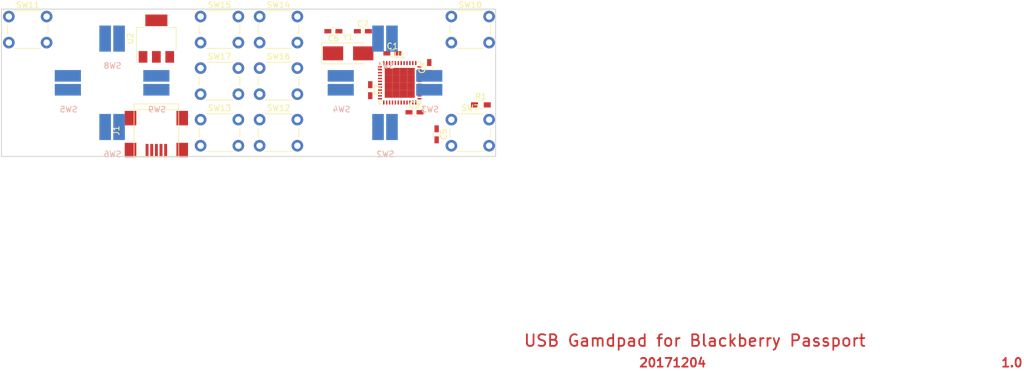
<source format=kicad_pcb>
(kicad_pcb (version 4) (host pcbnew 4.0.7+dfsg1-1~bpo9+1)

  (general
    (links 83)
    (no_connects 83)
    (area 96.064999 130.375 272.295714 194.39)
    (thickness 1.6)
    (drawings 7)
    (tracks 0)
    (zones 0)
    (modules 29)
    (nets 26)
  )

  (page A4)
  (layers
    (0 F.Cu signal)
    (31 B.Cu signal)
    (32 B.Adhes user)
    (33 F.Adhes user)
    (34 B.Paste user)
    (35 F.Paste user)
    (36 B.SilkS user)
    (37 F.SilkS user)
    (38 B.Mask user)
    (39 F.Mask user)
    (40 Dwgs.User user)
    (41 Cmts.User user)
    (42 Eco1.User user)
    (43 Eco2.User user)
    (44 Edge.Cuts user)
    (45 Margin user)
    (46 B.CrtYd user)
    (47 F.CrtYd user)
    (48 B.Fab user)
    (49 F.Fab user)
  )

  (setup
    (last_trace_width 0.25)
    (trace_clearance 0.2)
    (zone_clearance 0.508)
    (zone_45_only no)
    (trace_min 0.2)
    (segment_width 0.2)
    (edge_width 0.15)
    (via_size 0.6)
    (via_drill 0.4)
    (via_min_size 0.4)
    (via_min_drill 0.3)
    (uvia_size 0.3)
    (uvia_drill 0.1)
    (uvias_allowed no)
    (uvia_min_size 0.2)
    (uvia_min_drill 0.1)
    (pcb_text_width 0.3)
    (pcb_text_size 1.5 1.5)
    (mod_edge_width 0.15)
    (mod_text_size 1 1)
    (mod_text_width 0.15)
    (pad_size 1.524 1.524)
    (pad_drill 0.762)
    (pad_to_mask_clearance 0.2)
    (aux_axis_origin 0 0)
    (visible_elements FFFFFF7F)
    (pcbplotparams
      (layerselection 0x00030_80000001)
      (usegerberextensions false)
      (excludeedgelayer true)
      (linewidth 0.100000)
      (plotframeref false)
      (viasonmask false)
      (mode 1)
      (useauxorigin false)
      (hpglpennumber 1)
      (hpglpenspeed 20)
      (hpglpendiameter 15)
      (hpglpenoverlay 2)
      (psnegative false)
      (psa4output false)
      (plotreference true)
      (plotvalue true)
      (plotinvisibletext false)
      (padsonsilk false)
      (subtractmaskfromsilk false)
      (outputformat 1)
      (mirror false)
      (drillshape 1)
      (scaleselection 1)
      (outputdirectory ""))
  )

  (net 0 "")
  (net 1 +3V3)
  (net 2 GND)
  (net 3 "Net-(C5-Pad2)")
  (net 4 X2)
  (net 5 X1)
  (net 6 +5V)
  (net 7 USB_DM)
  (net 8 USB_DP)
  (net 9 UP)
  (net 10 DOWN)
  (net 11 LEFT)
  (net 12 RIGHT)
  (net 13 A)
  (net 14 B)
  (net 15 X)
  (net 16 Y)
  (net 17 L)
  (net 18 R)
  (net 19 SELECT)
  (net 20 START)
  (net 21 BK1)
  (net 22 BK2)
  (net 23 BK3)
  (net 24 BK4)
  (net 25 RST)

  (net_class Default "This is the default net class."
    (clearance 0.2)
    (trace_width 0.25)
    (via_dia 0.6)
    (via_drill 0.4)
    (uvia_dia 0.3)
    (uvia_drill 0.1)
    (add_net +3V3)
    (add_net +5V)
    (add_net A)
    (add_net B)
    (add_net BK1)
    (add_net BK2)
    (add_net BK3)
    (add_net BK4)
    (add_net DOWN)
    (add_net GND)
    (add_net L)
    (add_net LEFT)
    (add_net "Net-(C5-Pad2)")
    (add_net R)
    (add_net RIGHT)
    (add_net RST)
    (add_net SELECT)
    (add_net START)
    (add_net UP)
    (add_net USB_DM)
    (add_net USB_DP)
    (add_net X)
    (add_net X1)
    (add_net X2)
    (add_net Y)
  )

  (module Capacitors_SMD:C_0603_HandSoldering (layer F.Cu) (tedit 58AA848B) (tstamp 5A2760A8)
    (at 163.83 139.7)
    (descr "Capacitor SMD 0603, hand soldering")
    (tags "capacitor 0603")
    (path /5A24F7A6)
    (attr smd)
    (fp_text reference C1 (at 0 -1.25) (layer F.SilkS)
      (effects (font (size 1 1) (thickness 0.15)))
    )
    (fp_text value 104 (at 0 1.5) (layer F.Fab)
      (effects (font (size 1 1) (thickness 0.15)))
    )
    (fp_text user %R (at 0 -1.25) (layer F.Fab)
      (effects (font (size 1 1) (thickness 0.15)))
    )
    (fp_line (start -0.8 0.4) (end -0.8 -0.4) (layer F.Fab) (width 0.1))
    (fp_line (start 0.8 0.4) (end -0.8 0.4) (layer F.Fab) (width 0.1))
    (fp_line (start 0.8 -0.4) (end 0.8 0.4) (layer F.Fab) (width 0.1))
    (fp_line (start -0.8 -0.4) (end 0.8 -0.4) (layer F.Fab) (width 0.1))
    (fp_line (start -0.35 -0.6) (end 0.35 -0.6) (layer F.SilkS) (width 0.12))
    (fp_line (start 0.35 0.6) (end -0.35 0.6) (layer F.SilkS) (width 0.12))
    (fp_line (start -1.8 -0.65) (end 1.8 -0.65) (layer F.CrtYd) (width 0.05))
    (fp_line (start -1.8 -0.65) (end -1.8 0.65) (layer F.CrtYd) (width 0.05))
    (fp_line (start 1.8 0.65) (end 1.8 -0.65) (layer F.CrtYd) (width 0.05))
    (fp_line (start 1.8 0.65) (end -1.8 0.65) (layer F.CrtYd) (width 0.05))
    (pad 1 smd rect (at -0.95 0) (size 1.2 0.75) (layers F.Cu F.Paste F.Mask)
      (net 1 +3V3))
    (pad 2 smd rect (at 0.95 0) (size 1.2 0.75) (layers F.Cu F.Paste F.Mask)
      (net 2 GND))
    (model Capacitors_SMD.3dshapes/C_0603.wrl
      (at (xyz 0 0 0))
      (scale (xyz 1 1 1))
      (rotate (xyz 0 0 0))
    )
  )

  (module Capacitors_SMD:C_0603_HandSoldering (layer F.Cu) (tedit 58AA848B) (tstamp 5A2760B9)
    (at 160.02 146.05 270)
    (descr "Capacitor SMD 0603, hand soldering")
    (tags "capacitor 0603")
    (path /5A24F7D7)
    (attr smd)
    (fp_text reference C2 (at 0 -1.25 270) (layer F.SilkS)
      (effects (font (size 1 1) (thickness 0.15)))
    )
    (fp_text value 104 (at 0 1.5 270) (layer F.Fab)
      (effects (font (size 1 1) (thickness 0.15)))
    )
    (fp_text user %R (at 0 -1.25 270) (layer F.Fab)
      (effects (font (size 1 1) (thickness 0.15)))
    )
    (fp_line (start -0.8 0.4) (end -0.8 -0.4) (layer F.Fab) (width 0.1))
    (fp_line (start 0.8 0.4) (end -0.8 0.4) (layer F.Fab) (width 0.1))
    (fp_line (start 0.8 -0.4) (end 0.8 0.4) (layer F.Fab) (width 0.1))
    (fp_line (start -0.8 -0.4) (end 0.8 -0.4) (layer F.Fab) (width 0.1))
    (fp_line (start -0.35 -0.6) (end 0.35 -0.6) (layer F.SilkS) (width 0.12))
    (fp_line (start 0.35 0.6) (end -0.35 0.6) (layer F.SilkS) (width 0.12))
    (fp_line (start -1.8 -0.65) (end 1.8 -0.65) (layer F.CrtYd) (width 0.05))
    (fp_line (start -1.8 -0.65) (end -1.8 0.65) (layer F.CrtYd) (width 0.05))
    (fp_line (start 1.8 0.65) (end 1.8 -0.65) (layer F.CrtYd) (width 0.05))
    (fp_line (start 1.8 0.65) (end -1.8 0.65) (layer F.CrtYd) (width 0.05))
    (pad 1 smd rect (at -0.95 0 270) (size 1.2 0.75) (layers F.Cu F.Paste F.Mask)
      (net 1 +3V3))
    (pad 2 smd rect (at 0.95 0 270) (size 1.2 0.75) (layers F.Cu F.Paste F.Mask)
      (net 2 GND))
    (model Capacitors_SMD.3dshapes/C_0603.wrl
      (at (xyz 0 0 0))
      (scale (xyz 1 1 1))
      (rotate (xyz 0 0 0))
    )
  )

  (module Capacitors_SMD:C_0603_HandSoldering (layer F.Cu) (tedit 58AA848B) (tstamp 5A2760CA)
    (at 167.64 149.86)
    (descr "Capacitor SMD 0603, hand soldering")
    (tags "capacitor 0603")
    (path /5A24F7F2)
    (attr smd)
    (fp_text reference C3 (at 0 -1.25) (layer F.SilkS)
      (effects (font (size 1 1) (thickness 0.15)))
    )
    (fp_text value 104 (at 0 1.5) (layer F.Fab)
      (effects (font (size 1 1) (thickness 0.15)))
    )
    (fp_text user %R (at 0 -1.25) (layer F.Fab)
      (effects (font (size 1 1) (thickness 0.15)))
    )
    (fp_line (start -0.8 0.4) (end -0.8 -0.4) (layer F.Fab) (width 0.1))
    (fp_line (start 0.8 0.4) (end -0.8 0.4) (layer F.Fab) (width 0.1))
    (fp_line (start 0.8 -0.4) (end 0.8 0.4) (layer F.Fab) (width 0.1))
    (fp_line (start -0.8 -0.4) (end 0.8 -0.4) (layer F.Fab) (width 0.1))
    (fp_line (start -0.35 -0.6) (end 0.35 -0.6) (layer F.SilkS) (width 0.12))
    (fp_line (start 0.35 0.6) (end -0.35 0.6) (layer F.SilkS) (width 0.12))
    (fp_line (start -1.8 -0.65) (end 1.8 -0.65) (layer F.CrtYd) (width 0.05))
    (fp_line (start -1.8 -0.65) (end -1.8 0.65) (layer F.CrtYd) (width 0.05))
    (fp_line (start 1.8 0.65) (end 1.8 -0.65) (layer F.CrtYd) (width 0.05))
    (fp_line (start 1.8 0.65) (end -1.8 0.65) (layer F.CrtYd) (width 0.05))
    (pad 1 smd rect (at -0.95 0) (size 1.2 0.75) (layers F.Cu F.Paste F.Mask)
      (net 1 +3V3))
    (pad 2 smd rect (at 0.95 0) (size 1.2 0.75) (layers F.Cu F.Paste F.Mask)
      (net 2 GND))
    (model Capacitors_SMD.3dshapes/C_0603.wrl
      (at (xyz 0 0 0))
      (scale (xyz 1 1 1))
      (rotate (xyz 0 0 0))
    )
  )

  (module Capacitors_SMD:C_0603_HandSoldering (layer F.Cu) (tedit 58AA848B) (tstamp 5A2760DB)
    (at 170.18 142.24 90)
    (descr "Capacitor SMD 0603, hand soldering")
    (tags "capacitor 0603")
    (path /5A24F80F)
    (attr smd)
    (fp_text reference C4 (at 0 -1.25 90) (layer F.SilkS)
      (effects (font (size 1 1) (thickness 0.15)))
    )
    (fp_text value 104 (at 0 1.5 90) (layer F.Fab)
      (effects (font (size 1 1) (thickness 0.15)))
    )
    (fp_text user %R (at 0 -1.25 90) (layer F.Fab)
      (effects (font (size 1 1) (thickness 0.15)))
    )
    (fp_line (start -0.8 0.4) (end -0.8 -0.4) (layer F.Fab) (width 0.1))
    (fp_line (start 0.8 0.4) (end -0.8 0.4) (layer F.Fab) (width 0.1))
    (fp_line (start 0.8 -0.4) (end 0.8 0.4) (layer F.Fab) (width 0.1))
    (fp_line (start -0.8 -0.4) (end 0.8 -0.4) (layer F.Fab) (width 0.1))
    (fp_line (start -0.35 -0.6) (end 0.35 -0.6) (layer F.SilkS) (width 0.12))
    (fp_line (start 0.35 0.6) (end -0.35 0.6) (layer F.SilkS) (width 0.12))
    (fp_line (start -1.8 -0.65) (end 1.8 -0.65) (layer F.CrtYd) (width 0.05))
    (fp_line (start -1.8 -0.65) (end -1.8 0.65) (layer F.CrtYd) (width 0.05))
    (fp_line (start 1.8 0.65) (end 1.8 -0.65) (layer F.CrtYd) (width 0.05))
    (fp_line (start 1.8 0.65) (end -1.8 0.65) (layer F.CrtYd) (width 0.05))
    (pad 1 smd rect (at -0.95 0 90) (size 1.2 0.75) (layers F.Cu F.Paste F.Mask)
      (net 1 +3V3))
    (pad 2 smd rect (at 0.95 0 90) (size 1.2 0.75) (layers F.Cu F.Paste F.Mask)
      (net 2 GND))
    (model Capacitors_SMD.3dshapes/C_0603.wrl
      (at (xyz 0 0 0))
      (scale (xyz 1 1 1))
      (rotate (xyz 0 0 0))
    )
  )

  (module Capacitors_SMD:C_0603_HandSoldering (layer F.Cu) (tedit 58AA848B) (tstamp 5A2760EC)
    (at 171.45 153.67 270)
    (descr "Capacitor SMD 0603, hand soldering")
    (tags "capacitor 0603")
    (path /5A24FA7D)
    (attr smd)
    (fp_text reference C5 (at 0 -1.25 270) (layer F.SilkS)
      (effects (font (size 1 1) (thickness 0.15)))
    )
    (fp_text value 10uF (at 0 1.5 270) (layer F.Fab)
      (effects (font (size 1 1) (thickness 0.15)))
    )
    (fp_text user %R (at 0 -1.25 270) (layer F.Fab)
      (effects (font (size 1 1) (thickness 0.15)))
    )
    (fp_line (start -0.8 0.4) (end -0.8 -0.4) (layer F.Fab) (width 0.1))
    (fp_line (start 0.8 0.4) (end -0.8 0.4) (layer F.Fab) (width 0.1))
    (fp_line (start 0.8 -0.4) (end 0.8 0.4) (layer F.Fab) (width 0.1))
    (fp_line (start -0.8 -0.4) (end 0.8 -0.4) (layer F.Fab) (width 0.1))
    (fp_line (start -0.35 -0.6) (end 0.35 -0.6) (layer F.SilkS) (width 0.12))
    (fp_line (start 0.35 0.6) (end -0.35 0.6) (layer F.SilkS) (width 0.12))
    (fp_line (start -1.8 -0.65) (end 1.8 -0.65) (layer F.CrtYd) (width 0.05))
    (fp_line (start -1.8 -0.65) (end -1.8 0.65) (layer F.CrtYd) (width 0.05))
    (fp_line (start 1.8 0.65) (end 1.8 -0.65) (layer F.CrtYd) (width 0.05))
    (fp_line (start 1.8 0.65) (end -1.8 0.65) (layer F.CrtYd) (width 0.05))
    (pad 1 smd rect (at -0.95 0 270) (size 1.2 0.75) (layers F.Cu F.Paste F.Mask)
      (net 25 RST))
    (pad 2 smd rect (at 0.95 0 270) (size 1.2 0.75) (layers F.Cu F.Paste F.Mask)
      (net 3 "Net-(C5-Pad2)"))
    (model Capacitors_SMD.3dshapes/C_0603.wrl
      (at (xyz 0 0 0))
      (scale (xyz 1 1 1))
      (rotate (xyz 0 0 0))
    )
  )

  (module Capacitors_SMD:C_0603_HandSoldering (layer F.Cu) (tedit 58AA848B) (tstamp 5A2760FD)
    (at 153.67 135.89 180)
    (descr "Capacitor SMD 0603, hand soldering")
    (tags "capacitor 0603")
    (path /5A24FD1F)
    (attr smd)
    (fp_text reference C6 (at 0 -1.25 180) (layer F.SilkS)
      (effects (font (size 1 1) (thickness 0.15)))
    )
    (fp_text value 10p (at 0 1.5 180) (layer F.Fab)
      (effects (font (size 1 1) (thickness 0.15)))
    )
    (fp_text user %R (at 0 -1.25 180) (layer F.Fab)
      (effects (font (size 1 1) (thickness 0.15)))
    )
    (fp_line (start -0.8 0.4) (end -0.8 -0.4) (layer F.Fab) (width 0.1))
    (fp_line (start 0.8 0.4) (end -0.8 0.4) (layer F.Fab) (width 0.1))
    (fp_line (start 0.8 -0.4) (end 0.8 0.4) (layer F.Fab) (width 0.1))
    (fp_line (start -0.8 -0.4) (end 0.8 -0.4) (layer F.Fab) (width 0.1))
    (fp_line (start -0.35 -0.6) (end 0.35 -0.6) (layer F.SilkS) (width 0.12))
    (fp_line (start 0.35 0.6) (end -0.35 0.6) (layer F.SilkS) (width 0.12))
    (fp_line (start -1.8 -0.65) (end 1.8 -0.65) (layer F.CrtYd) (width 0.05))
    (fp_line (start -1.8 -0.65) (end -1.8 0.65) (layer F.CrtYd) (width 0.05))
    (fp_line (start 1.8 0.65) (end 1.8 -0.65) (layer F.CrtYd) (width 0.05))
    (fp_line (start 1.8 0.65) (end -1.8 0.65) (layer F.CrtYd) (width 0.05))
    (pad 1 smd rect (at -0.95 0 180) (size 1.2 0.75) (layers F.Cu F.Paste F.Mask)
      (net 4 X2))
    (pad 2 smd rect (at 0.95 0 180) (size 1.2 0.75) (layers F.Cu F.Paste F.Mask)
      (net 2 GND))
    (model Capacitors_SMD.3dshapes/C_0603.wrl
      (at (xyz 0 0 0))
      (scale (xyz 1 1 1))
      (rotate (xyz 0 0 0))
    )
  )

  (module Capacitors_SMD:C_0603_HandSoldering (layer F.Cu) (tedit 58AA848B) (tstamp 5A27610E)
    (at 158.75 135.89)
    (descr "Capacitor SMD 0603, hand soldering")
    (tags "capacitor 0603")
    (path /5A24FD58)
    (attr smd)
    (fp_text reference C7 (at 0 -1.25) (layer F.SilkS)
      (effects (font (size 1 1) (thickness 0.15)))
    )
    (fp_text value 10p (at 0 1.5) (layer F.Fab)
      (effects (font (size 1 1) (thickness 0.15)))
    )
    (fp_text user %R (at 0 -1.25) (layer F.Fab)
      (effects (font (size 1 1) (thickness 0.15)))
    )
    (fp_line (start -0.8 0.4) (end -0.8 -0.4) (layer F.Fab) (width 0.1))
    (fp_line (start 0.8 0.4) (end -0.8 0.4) (layer F.Fab) (width 0.1))
    (fp_line (start 0.8 -0.4) (end 0.8 0.4) (layer F.Fab) (width 0.1))
    (fp_line (start -0.8 -0.4) (end 0.8 -0.4) (layer F.Fab) (width 0.1))
    (fp_line (start -0.35 -0.6) (end 0.35 -0.6) (layer F.SilkS) (width 0.12))
    (fp_line (start 0.35 0.6) (end -0.35 0.6) (layer F.SilkS) (width 0.12))
    (fp_line (start -1.8 -0.65) (end 1.8 -0.65) (layer F.CrtYd) (width 0.05))
    (fp_line (start -1.8 -0.65) (end -1.8 0.65) (layer F.CrtYd) (width 0.05))
    (fp_line (start 1.8 0.65) (end 1.8 -0.65) (layer F.CrtYd) (width 0.05))
    (fp_line (start 1.8 0.65) (end -1.8 0.65) (layer F.CrtYd) (width 0.05))
    (pad 1 smd rect (at -0.95 0) (size 1.2 0.75) (layers F.Cu F.Paste F.Mask)
      (net 5 X1))
    (pad 2 smd rect (at 0.95 0) (size 1.2 0.75) (layers F.Cu F.Paste F.Mask)
      (net 2 GND))
    (model Capacitors_SMD.3dshapes/C_0603.wrl
      (at (xyz 0 0 0))
      (scale (xyz 1 1 1))
      (rotate (xyz 0 0 0))
    )
  )

  (module Resistors_SMD:R_0603_HandSoldering (layer F.Cu) (tedit 58E0A804) (tstamp 5A276135)
    (at 179.07 148.59)
    (descr "Resistor SMD 0603, hand soldering")
    (tags "resistor 0603")
    (path /5A24FAC4)
    (attr smd)
    (fp_text reference R1 (at 0 -1.45) (layer F.SilkS)
      (effects (font (size 1 1) (thickness 0.15)))
    )
    (fp_text value 10K (at 0 1.55) (layer F.Fab)
      (effects (font (size 1 1) (thickness 0.15)))
    )
    (fp_text user %R (at 0 0) (layer F.Fab)
      (effects (font (size 0.4 0.4) (thickness 0.075)))
    )
    (fp_line (start -0.8 0.4) (end -0.8 -0.4) (layer F.Fab) (width 0.1))
    (fp_line (start 0.8 0.4) (end -0.8 0.4) (layer F.Fab) (width 0.1))
    (fp_line (start 0.8 -0.4) (end 0.8 0.4) (layer F.Fab) (width 0.1))
    (fp_line (start -0.8 -0.4) (end 0.8 -0.4) (layer F.Fab) (width 0.1))
    (fp_line (start 0.5 0.68) (end -0.5 0.68) (layer F.SilkS) (width 0.12))
    (fp_line (start -0.5 -0.68) (end 0.5 -0.68) (layer F.SilkS) (width 0.12))
    (fp_line (start -1.96 -0.7) (end 1.95 -0.7) (layer F.CrtYd) (width 0.05))
    (fp_line (start -1.96 -0.7) (end -1.96 0.7) (layer F.CrtYd) (width 0.05))
    (fp_line (start 1.95 0.7) (end 1.95 -0.7) (layer F.CrtYd) (width 0.05))
    (fp_line (start 1.95 0.7) (end -1.96 0.7) (layer F.CrtYd) (width 0.05))
    (pad 1 smd rect (at -1.1 0) (size 1.2 0.9) (layers F.Cu F.Paste F.Mask)
      (net 1 +3V3))
    (pad 2 smd rect (at 1.1 0) (size 1.2 0.9) (layers F.Cu F.Paste F.Mask)
      (net 25 RST))
    (model ${KISYS3DMOD}/Resistors_SMD.3dshapes/R_0603.wrl
      (at (xyz 0 0 0))
      (scale (xyz 1 1 1))
      (rotate (xyz 0 0 0))
    )
  )

  (module mylib:dpad-v (layer B.Cu) (tedit 5A210AB3) (tstamp 5A27613B)
    (at 162.56 137.16)
    (path /5A250976)
    (fp_text reference SW1 (at 0.07874 4.68584) (layer B.SilkS)
      (effects (font (size 1 1) (thickness 0.15)) (justify mirror))
    )
    (fp_text value UP (at 0.02794 3.35488) (layer B.Fab)
      (effects (font (size 1 1) (thickness 0.15)) (justify mirror))
    )
    (pad 2 smd rect (at 1.2 0) (size 2 4.5) (layers B.Cu B.Paste B.Mask)
      (net 2 GND))
    (pad 1 smd rect (at -1.2 0) (size 2 4.5) (layers B.Cu B.Paste B.Mask)
      (net 9 UP))
  )

  (module mylib:dpad-v (layer B.Cu) (tedit 5A210AB3) (tstamp 5A276141)
    (at 162.56 152.4)
    (path /5A2509BC)
    (fp_text reference SW2 (at 0.07874 4.68584) (layer B.SilkS)
      (effects (font (size 1 1) (thickness 0.15)) (justify mirror))
    )
    (fp_text value DOWN (at 0.02794 3.35488) (layer B.Fab)
      (effects (font (size 1 1) (thickness 0.15)) (justify mirror))
    )
    (pad 2 smd rect (at 1.2 0) (size 2 4.5) (layers B.Cu B.Paste B.Mask)
      (net 2 GND))
    (pad 1 smd rect (at -1.2 0) (size 2 4.5) (layers B.Cu B.Paste B.Mask)
      (net 10 DOWN))
  )

  (module mylib:dpad-h (layer B.Cu) (tedit 5A210A2F) (tstamp 5A276147)
    (at 170.18 144.78)
    (path /5A250B09)
    (fp_text reference SW3 (at 0.12874 4.58584) (layer B.SilkS)
      (effects (font (size 1 1) (thickness 0.15)) (justify mirror))
    )
    (fp_text value LEFT (at 0.07794 3.25488) (layer B.Fab)
      (effects (font (size 1 1) (thickness 0.15)) (justify mirror))
    )
    (pad 2 smd rect (at 0 1.2) (size 4.5 2) (layers B.Cu B.Paste B.Mask)
      (net 2 GND))
    (pad 1 smd rect (at 0 -1.2) (size 4.5 2) (layers B.Cu B.Paste B.Mask)
      (net 11 LEFT))
  )

  (module mylib:dpad-h (layer B.Cu) (tedit 5A210A2F) (tstamp 5A27614D)
    (at 154.94 144.78)
    (path /5A250B0F)
    (fp_text reference SW4 (at 0.12874 4.58584) (layer B.SilkS)
      (effects (font (size 1 1) (thickness 0.15)) (justify mirror))
    )
    (fp_text value RIGHT (at 0.07794 3.25488) (layer B.Fab)
      (effects (font (size 1 1) (thickness 0.15)) (justify mirror))
    )
    (pad 2 smd rect (at 0 1.2) (size 4.5 2) (layers B.Cu B.Paste B.Mask)
      (net 2 GND))
    (pad 1 smd rect (at 0 -1.2) (size 4.5 2) (layers B.Cu B.Paste B.Mask)
      (net 12 RIGHT))
  )

  (module mylib:dpad-h (layer B.Cu) (tedit 5A210A2F) (tstamp 5A276153)
    (at 107.95 144.78)
    (path /5A250BED)
    (fp_text reference SW5 (at 0.12874 4.58584) (layer B.SilkS)
      (effects (font (size 1 1) (thickness 0.15)) (justify mirror))
    )
    (fp_text value A (at 0.07794 3.25488) (layer B.Fab)
      (effects (font (size 1 1) (thickness 0.15)) (justify mirror))
    )
    (pad 2 smd rect (at 0 1.2) (size 4.5 2) (layers B.Cu B.Paste B.Mask)
      (net 2 GND))
    (pad 1 smd rect (at 0 -1.2) (size 4.5 2) (layers B.Cu B.Paste B.Mask)
      (net 13 A))
  )

  (module mylib:dpad-v (layer B.Cu) (tedit 5A210AB3) (tstamp 5A276159)
    (at 115.57 152.4)
    (path /5A250BF3)
    (fp_text reference SW6 (at 0.07874 4.68584) (layer B.SilkS)
      (effects (font (size 1 1) (thickness 0.15)) (justify mirror))
    )
    (fp_text value B (at 0.02794 3.35488) (layer B.Fab)
      (effects (font (size 1 1) (thickness 0.15)) (justify mirror))
    )
    (pad 2 smd rect (at 1.2 0) (size 2 4.5) (layers B.Cu B.Paste B.Mask)
      (net 2 GND))
    (pad 1 smd rect (at -1.2 0) (size 2 4.5) (layers B.Cu B.Paste B.Mask)
      (net 14 B))
  )

  (module Buttons_Switches_THT:SW_PUSH_6mm (layer F.Cu) (tedit 5923F252) (tstamp 5A276178)
    (at 173.99 151.13)
    (descr https://www.omron.com/ecb/products/pdf/en-b3f.pdf)
    (tags "tact sw push 6mm")
    (path /5A24FB0F)
    (fp_text reference SW7 (at 3.25 -2) (layer F.SilkS)
      (effects (font (size 1 1) (thickness 0.15)))
    )
    (fp_text value RST (at 3.75 6.7) (layer F.Fab)
      (effects (font (size 1 1) (thickness 0.15)))
    )
    (fp_text user %R (at 3.25 2.25) (layer F.Fab)
      (effects (font (size 1 1) (thickness 0.15)))
    )
    (fp_line (start 3.25 -0.75) (end 6.25 -0.75) (layer F.Fab) (width 0.1))
    (fp_line (start 6.25 -0.75) (end 6.25 5.25) (layer F.Fab) (width 0.1))
    (fp_line (start 6.25 5.25) (end 0.25 5.25) (layer F.Fab) (width 0.1))
    (fp_line (start 0.25 5.25) (end 0.25 -0.75) (layer F.Fab) (width 0.1))
    (fp_line (start 0.25 -0.75) (end 3.25 -0.75) (layer F.Fab) (width 0.1))
    (fp_line (start 7.75 6) (end 8 6) (layer F.CrtYd) (width 0.05))
    (fp_line (start 8 6) (end 8 5.75) (layer F.CrtYd) (width 0.05))
    (fp_line (start 7.75 -1.5) (end 8 -1.5) (layer F.CrtYd) (width 0.05))
    (fp_line (start 8 -1.5) (end 8 -1.25) (layer F.CrtYd) (width 0.05))
    (fp_line (start -1.5 -1.25) (end -1.5 -1.5) (layer F.CrtYd) (width 0.05))
    (fp_line (start -1.5 -1.5) (end -1.25 -1.5) (layer F.CrtYd) (width 0.05))
    (fp_line (start -1.5 5.75) (end -1.5 6) (layer F.CrtYd) (width 0.05))
    (fp_line (start -1.5 6) (end -1.25 6) (layer F.CrtYd) (width 0.05))
    (fp_line (start -1.25 -1.5) (end 7.75 -1.5) (layer F.CrtYd) (width 0.05))
    (fp_line (start -1.5 5.75) (end -1.5 -1.25) (layer F.CrtYd) (width 0.05))
    (fp_line (start 7.75 6) (end -1.25 6) (layer F.CrtYd) (width 0.05))
    (fp_line (start 8 -1.25) (end 8 5.75) (layer F.CrtYd) (width 0.05))
    (fp_line (start 1 5.5) (end 5.5 5.5) (layer F.SilkS) (width 0.12))
    (fp_line (start -0.25 1.5) (end -0.25 3) (layer F.SilkS) (width 0.12))
    (fp_line (start 5.5 -1) (end 1 -1) (layer F.SilkS) (width 0.12))
    (fp_line (start 6.75 3) (end 6.75 1.5) (layer F.SilkS) (width 0.12))
    (fp_circle (center 3.25 2.25) (end 1.25 2.5) (layer F.Fab) (width 0.1))
    (pad 2 thru_hole circle (at 0 4.5 90) (size 2 2) (drill 1.1) (layers *.Cu *.Mask)
      (net 3 "Net-(C5-Pad2)"))
    (pad 1 thru_hole circle (at 0 0 90) (size 2 2) (drill 1.1) (layers *.Cu *.Mask)
      (net 25 RST))
    (pad 2 thru_hole circle (at 6.5 4.5 90) (size 2 2) (drill 1.1) (layers *.Cu *.Mask)
      (net 3 "Net-(C5-Pad2)"))
    (pad 1 thru_hole circle (at 6.5 0 90) (size 2 2) (drill 1.1) (layers *.Cu *.Mask)
      (net 25 RST))
    (model ${KISYS3DMOD}/Buttons_Switches_THT.3dshapes/SW_PUSH_6mm.wrl
      (at (xyz 0.005 0 0))
      (scale (xyz 0.3937 0.3937 0.3937))
      (rotate (xyz 0 0 0))
    )
  )

  (module mylib:dpad-v (layer B.Cu) (tedit 5A210AB3) (tstamp 5A27617E)
    (at 115.57 137.16)
    (path /5A250BF9)
    (fp_text reference SW8 (at 0.07874 4.68584) (layer B.SilkS)
      (effects (font (size 1 1) (thickness 0.15)) (justify mirror))
    )
    (fp_text value X (at 0.02794 3.35488) (layer B.Fab)
      (effects (font (size 1 1) (thickness 0.15)) (justify mirror))
    )
    (pad 2 smd rect (at 1.2 0) (size 2 4.5) (layers B.Cu B.Paste B.Mask)
      (net 2 GND))
    (pad 1 smd rect (at -1.2 0) (size 2 4.5) (layers B.Cu B.Paste B.Mask)
      (net 15 X))
  )

  (module mylib:dpad-h (layer B.Cu) (tedit 5A210A2F) (tstamp 5A276184)
    (at 123.19 144.78)
    (path /5A250BFF)
    (fp_text reference SW9 (at 0.12874 4.58584) (layer B.SilkS)
      (effects (font (size 1 1) (thickness 0.15)) (justify mirror))
    )
    (fp_text value Y (at 0.07794 3.25488) (layer B.Fab)
      (effects (font (size 1 1) (thickness 0.15)) (justify mirror))
    )
    (pad 2 smd rect (at 0 1.2) (size 4.5 2) (layers B.Cu B.Paste B.Mask)
      (net 2 GND))
    (pad 1 smd rect (at 0 -1.2) (size 4.5 2) (layers B.Cu B.Paste B.Mask)
      (net 16 Y))
  )

  (module Buttons_Switches_THT:SW_PUSH_6mm (layer F.Cu) (tedit 5923F252) (tstamp 5A2761A3)
    (at 173.99 133.35)
    (descr https://www.omron.com/ecb/products/pdf/en-b3f.pdf)
    (tags "tact sw push 6mm")
    (path /5A2511F1)
    (fp_text reference SW10 (at 3.25 -2) (layer F.SilkS)
      (effects (font (size 1 1) (thickness 0.15)))
    )
    (fp_text value L (at 3.75 6.7) (layer F.Fab)
      (effects (font (size 1 1) (thickness 0.15)))
    )
    (fp_text user %R (at 3.25 2.25) (layer F.Fab)
      (effects (font (size 1 1) (thickness 0.15)))
    )
    (fp_line (start 3.25 -0.75) (end 6.25 -0.75) (layer F.Fab) (width 0.1))
    (fp_line (start 6.25 -0.75) (end 6.25 5.25) (layer F.Fab) (width 0.1))
    (fp_line (start 6.25 5.25) (end 0.25 5.25) (layer F.Fab) (width 0.1))
    (fp_line (start 0.25 5.25) (end 0.25 -0.75) (layer F.Fab) (width 0.1))
    (fp_line (start 0.25 -0.75) (end 3.25 -0.75) (layer F.Fab) (width 0.1))
    (fp_line (start 7.75 6) (end 8 6) (layer F.CrtYd) (width 0.05))
    (fp_line (start 8 6) (end 8 5.75) (layer F.CrtYd) (width 0.05))
    (fp_line (start 7.75 -1.5) (end 8 -1.5) (layer F.CrtYd) (width 0.05))
    (fp_line (start 8 -1.5) (end 8 -1.25) (layer F.CrtYd) (width 0.05))
    (fp_line (start -1.5 -1.25) (end -1.5 -1.5) (layer F.CrtYd) (width 0.05))
    (fp_line (start -1.5 -1.5) (end -1.25 -1.5) (layer F.CrtYd) (width 0.05))
    (fp_line (start -1.5 5.75) (end -1.5 6) (layer F.CrtYd) (width 0.05))
    (fp_line (start -1.5 6) (end -1.25 6) (layer F.CrtYd) (width 0.05))
    (fp_line (start -1.25 -1.5) (end 7.75 -1.5) (layer F.CrtYd) (width 0.05))
    (fp_line (start -1.5 5.75) (end -1.5 -1.25) (layer F.CrtYd) (width 0.05))
    (fp_line (start 7.75 6) (end -1.25 6) (layer F.CrtYd) (width 0.05))
    (fp_line (start 8 -1.25) (end 8 5.75) (layer F.CrtYd) (width 0.05))
    (fp_line (start 1 5.5) (end 5.5 5.5) (layer F.SilkS) (width 0.12))
    (fp_line (start -0.25 1.5) (end -0.25 3) (layer F.SilkS) (width 0.12))
    (fp_line (start 5.5 -1) (end 1 -1) (layer F.SilkS) (width 0.12))
    (fp_line (start 6.75 3) (end 6.75 1.5) (layer F.SilkS) (width 0.12))
    (fp_circle (center 3.25 2.25) (end 1.25 2.5) (layer F.Fab) (width 0.1))
    (pad 2 thru_hole circle (at 0 4.5 90) (size 2 2) (drill 1.1) (layers *.Cu *.Mask)
      (net 2 GND))
    (pad 1 thru_hole circle (at 0 0 90) (size 2 2) (drill 1.1) (layers *.Cu *.Mask)
      (net 17 L))
    (pad 2 thru_hole circle (at 6.5 4.5 90) (size 2 2) (drill 1.1) (layers *.Cu *.Mask)
      (net 2 GND))
    (pad 1 thru_hole circle (at 6.5 0 90) (size 2 2) (drill 1.1) (layers *.Cu *.Mask)
      (net 17 L))
    (model ${KISYS3DMOD}/Buttons_Switches_THT.3dshapes/SW_PUSH_6mm.wrl
      (at (xyz 0.005 0 0))
      (scale (xyz 0.3937 0.3937 0.3937))
      (rotate (xyz 0 0 0))
    )
  )

  (module Buttons_Switches_THT:SW_PUSH_6mm (layer F.Cu) (tedit 5923F252) (tstamp 5A2761C2)
    (at 97.79 133.35)
    (descr https://www.omron.com/ecb/products/pdf/en-b3f.pdf)
    (tags "tact sw push 6mm")
    (path /5A2511F7)
    (fp_text reference SW11 (at 3.25 -2) (layer F.SilkS)
      (effects (font (size 1 1) (thickness 0.15)))
    )
    (fp_text value R (at 3.75 6.7) (layer F.Fab)
      (effects (font (size 1 1) (thickness 0.15)))
    )
    (fp_text user %R (at 3.25 2.25) (layer F.Fab)
      (effects (font (size 1 1) (thickness 0.15)))
    )
    (fp_line (start 3.25 -0.75) (end 6.25 -0.75) (layer F.Fab) (width 0.1))
    (fp_line (start 6.25 -0.75) (end 6.25 5.25) (layer F.Fab) (width 0.1))
    (fp_line (start 6.25 5.25) (end 0.25 5.25) (layer F.Fab) (width 0.1))
    (fp_line (start 0.25 5.25) (end 0.25 -0.75) (layer F.Fab) (width 0.1))
    (fp_line (start 0.25 -0.75) (end 3.25 -0.75) (layer F.Fab) (width 0.1))
    (fp_line (start 7.75 6) (end 8 6) (layer F.CrtYd) (width 0.05))
    (fp_line (start 8 6) (end 8 5.75) (layer F.CrtYd) (width 0.05))
    (fp_line (start 7.75 -1.5) (end 8 -1.5) (layer F.CrtYd) (width 0.05))
    (fp_line (start 8 -1.5) (end 8 -1.25) (layer F.CrtYd) (width 0.05))
    (fp_line (start -1.5 -1.25) (end -1.5 -1.5) (layer F.CrtYd) (width 0.05))
    (fp_line (start -1.5 -1.5) (end -1.25 -1.5) (layer F.CrtYd) (width 0.05))
    (fp_line (start -1.5 5.75) (end -1.5 6) (layer F.CrtYd) (width 0.05))
    (fp_line (start -1.5 6) (end -1.25 6) (layer F.CrtYd) (width 0.05))
    (fp_line (start -1.25 -1.5) (end 7.75 -1.5) (layer F.CrtYd) (width 0.05))
    (fp_line (start -1.5 5.75) (end -1.5 -1.25) (layer F.CrtYd) (width 0.05))
    (fp_line (start 7.75 6) (end -1.25 6) (layer F.CrtYd) (width 0.05))
    (fp_line (start 8 -1.25) (end 8 5.75) (layer F.CrtYd) (width 0.05))
    (fp_line (start 1 5.5) (end 5.5 5.5) (layer F.SilkS) (width 0.12))
    (fp_line (start -0.25 1.5) (end -0.25 3) (layer F.SilkS) (width 0.12))
    (fp_line (start 5.5 -1) (end 1 -1) (layer F.SilkS) (width 0.12))
    (fp_line (start 6.75 3) (end 6.75 1.5) (layer F.SilkS) (width 0.12))
    (fp_circle (center 3.25 2.25) (end 1.25 2.5) (layer F.Fab) (width 0.1))
    (pad 2 thru_hole circle (at 0 4.5 90) (size 2 2) (drill 1.1) (layers *.Cu *.Mask)
      (net 2 GND))
    (pad 1 thru_hole circle (at 0 0 90) (size 2 2) (drill 1.1) (layers *.Cu *.Mask)
      (net 18 R))
    (pad 2 thru_hole circle (at 6.5 4.5 90) (size 2 2) (drill 1.1) (layers *.Cu *.Mask)
      (net 2 GND))
    (pad 1 thru_hole circle (at 6.5 0 90) (size 2 2) (drill 1.1) (layers *.Cu *.Mask)
      (net 18 R))
    (model ${KISYS3DMOD}/Buttons_Switches_THT.3dshapes/SW_PUSH_6mm.wrl
      (at (xyz 0.005 0 0))
      (scale (xyz 0.3937 0.3937 0.3937))
      (rotate (xyz 0 0 0))
    )
  )

  (module Buttons_Switches_THT:SW_PUSH_6mm (layer F.Cu) (tedit 5923F252) (tstamp 5A2761E1)
    (at 140.97 151.13)
    (descr https://www.omron.com/ecb/products/pdf/en-b3f.pdf)
    (tags "tact sw push 6mm")
    (path /5A2511FD)
    (fp_text reference SW12 (at 3.25 -2) (layer F.SilkS)
      (effects (font (size 1 1) (thickness 0.15)))
    )
    (fp_text value SELECT (at 3.75 6.7) (layer F.Fab)
      (effects (font (size 1 1) (thickness 0.15)))
    )
    (fp_text user %R (at 3.25 2.25) (layer F.Fab)
      (effects (font (size 1 1) (thickness 0.15)))
    )
    (fp_line (start 3.25 -0.75) (end 6.25 -0.75) (layer F.Fab) (width 0.1))
    (fp_line (start 6.25 -0.75) (end 6.25 5.25) (layer F.Fab) (width 0.1))
    (fp_line (start 6.25 5.25) (end 0.25 5.25) (layer F.Fab) (width 0.1))
    (fp_line (start 0.25 5.25) (end 0.25 -0.75) (layer F.Fab) (width 0.1))
    (fp_line (start 0.25 -0.75) (end 3.25 -0.75) (layer F.Fab) (width 0.1))
    (fp_line (start 7.75 6) (end 8 6) (layer F.CrtYd) (width 0.05))
    (fp_line (start 8 6) (end 8 5.75) (layer F.CrtYd) (width 0.05))
    (fp_line (start 7.75 -1.5) (end 8 -1.5) (layer F.CrtYd) (width 0.05))
    (fp_line (start 8 -1.5) (end 8 -1.25) (layer F.CrtYd) (width 0.05))
    (fp_line (start -1.5 -1.25) (end -1.5 -1.5) (layer F.CrtYd) (width 0.05))
    (fp_line (start -1.5 -1.5) (end -1.25 -1.5) (layer F.CrtYd) (width 0.05))
    (fp_line (start -1.5 5.75) (end -1.5 6) (layer F.CrtYd) (width 0.05))
    (fp_line (start -1.5 6) (end -1.25 6) (layer F.CrtYd) (width 0.05))
    (fp_line (start -1.25 -1.5) (end 7.75 -1.5) (layer F.CrtYd) (width 0.05))
    (fp_line (start -1.5 5.75) (end -1.5 -1.25) (layer F.CrtYd) (width 0.05))
    (fp_line (start 7.75 6) (end -1.25 6) (layer F.CrtYd) (width 0.05))
    (fp_line (start 8 -1.25) (end 8 5.75) (layer F.CrtYd) (width 0.05))
    (fp_line (start 1 5.5) (end 5.5 5.5) (layer F.SilkS) (width 0.12))
    (fp_line (start -0.25 1.5) (end -0.25 3) (layer F.SilkS) (width 0.12))
    (fp_line (start 5.5 -1) (end 1 -1) (layer F.SilkS) (width 0.12))
    (fp_line (start 6.75 3) (end 6.75 1.5) (layer F.SilkS) (width 0.12))
    (fp_circle (center 3.25 2.25) (end 1.25 2.5) (layer F.Fab) (width 0.1))
    (pad 2 thru_hole circle (at 0 4.5 90) (size 2 2) (drill 1.1) (layers *.Cu *.Mask)
      (net 2 GND))
    (pad 1 thru_hole circle (at 0 0 90) (size 2 2) (drill 1.1) (layers *.Cu *.Mask)
      (net 19 SELECT))
    (pad 2 thru_hole circle (at 6.5 4.5 90) (size 2 2) (drill 1.1) (layers *.Cu *.Mask)
      (net 2 GND))
    (pad 1 thru_hole circle (at 6.5 0 90) (size 2 2) (drill 1.1) (layers *.Cu *.Mask)
      (net 19 SELECT))
    (model ${KISYS3DMOD}/Buttons_Switches_THT.3dshapes/SW_PUSH_6mm.wrl
      (at (xyz 0.005 0 0))
      (scale (xyz 0.3937 0.3937 0.3937))
      (rotate (xyz 0 0 0))
    )
  )

  (module Buttons_Switches_THT:SW_PUSH_6mm (layer F.Cu) (tedit 5923F252) (tstamp 5A276200)
    (at 130.81 151.13)
    (descr https://www.omron.com/ecb/products/pdf/en-b3f.pdf)
    (tags "tact sw push 6mm")
    (path /5A251203)
    (fp_text reference SW13 (at 3.25 -2) (layer F.SilkS)
      (effects (font (size 1 1) (thickness 0.15)))
    )
    (fp_text value START (at 3.75 6.7) (layer F.Fab)
      (effects (font (size 1 1) (thickness 0.15)))
    )
    (fp_text user %R (at 3.25 2.25) (layer F.Fab)
      (effects (font (size 1 1) (thickness 0.15)))
    )
    (fp_line (start 3.25 -0.75) (end 6.25 -0.75) (layer F.Fab) (width 0.1))
    (fp_line (start 6.25 -0.75) (end 6.25 5.25) (layer F.Fab) (width 0.1))
    (fp_line (start 6.25 5.25) (end 0.25 5.25) (layer F.Fab) (width 0.1))
    (fp_line (start 0.25 5.25) (end 0.25 -0.75) (layer F.Fab) (width 0.1))
    (fp_line (start 0.25 -0.75) (end 3.25 -0.75) (layer F.Fab) (width 0.1))
    (fp_line (start 7.75 6) (end 8 6) (layer F.CrtYd) (width 0.05))
    (fp_line (start 8 6) (end 8 5.75) (layer F.CrtYd) (width 0.05))
    (fp_line (start 7.75 -1.5) (end 8 -1.5) (layer F.CrtYd) (width 0.05))
    (fp_line (start 8 -1.5) (end 8 -1.25) (layer F.CrtYd) (width 0.05))
    (fp_line (start -1.5 -1.25) (end -1.5 -1.5) (layer F.CrtYd) (width 0.05))
    (fp_line (start -1.5 -1.5) (end -1.25 -1.5) (layer F.CrtYd) (width 0.05))
    (fp_line (start -1.5 5.75) (end -1.5 6) (layer F.CrtYd) (width 0.05))
    (fp_line (start -1.5 6) (end -1.25 6) (layer F.CrtYd) (width 0.05))
    (fp_line (start -1.25 -1.5) (end 7.75 -1.5) (layer F.CrtYd) (width 0.05))
    (fp_line (start -1.5 5.75) (end -1.5 -1.25) (layer F.CrtYd) (width 0.05))
    (fp_line (start 7.75 6) (end -1.25 6) (layer F.CrtYd) (width 0.05))
    (fp_line (start 8 -1.25) (end 8 5.75) (layer F.CrtYd) (width 0.05))
    (fp_line (start 1 5.5) (end 5.5 5.5) (layer F.SilkS) (width 0.12))
    (fp_line (start -0.25 1.5) (end -0.25 3) (layer F.SilkS) (width 0.12))
    (fp_line (start 5.5 -1) (end 1 -1) (layer F.SilkS) (width 0.12))
    (fp_line (start 6.75 3) (end 6.75 1.5) (layer F.SilkS) (width 0.12))
    (fp_circle (center 3.25 2.25) (end 1.25 2.5) (layer F.Fab) (width 0.1))
    (pad 2 thru_hole circle (at 0 4.5 90) (size 2 2) (drill 1.1) (layers *.Cu *.Mask)
      (net 2 GND))
    (pad 1 thru_hole circle (at 0 0 90) (size 2 2) (drill 1.1) (layers *.Cu *.Mask)
      (net 20 START))
    (pad 2 thru_hole circle (at 6.5 4.5 90) (size 2 2) (drill 1.1) (layers *.Cu *.Mask)
      (net 2 GND))
    (pad 1 thru_hole circle (at 6.5 0 90) (size 2 2) (drill 1.1) (layers *.Cu *.Mask)
      (net 20 START))
    (model ${KISYS3DMOD}/Buttons_Switches_THT.3dshapes/SW_PUSH_6mm.wrl
      (at (xyz 0.005 0 0))
      (scale (xyz 0.3937 0.3937 0.3937))
      (rotate (xyz 0 0 0))
    )
  )

  (module Buttons_Switches_THT:SW_PUSH_6mm (layer F.Cu) (tedit 5923F252) (tstamp 5A27621F)
    (at 140.97 133.35)
    (descr https://www.omron.com/ecb/products/pdf/en-b3f.pdf)
    (tags "tact sw push 6mm")
    (path /5A25156F)
    (fp_text reference SW14 (at 3.25 -2) (layer F.SilkS)
      (effects (font (size 1 1) (thickness 0.15)))
    )
    (fp_text value BK1 (at 3.75 6.7) (layer F.Fab)
      (effects (font (size 1 1) (thickness 0.15)))
    )
    (fp_text user %R (at 3.25 2.25) (layer F.Fab)
      (effects (font (size 1 1) (thickness 0.15)))
    )
    (fp_line (start 3.25 -0.75) (end 6.25 -0.75) (layer F.Fab) (width 0.1))
    (fp_line (start 6.25 -0.75) (end 6.25 5.25) (layer F.Fab) (width 0.1))
    (fp_line (start 6.25 5.25) (end 0.25 5.25) (layer F.Fab) (width 0.1))
    (fp_line (start 0.25 5.25) (end 0.25 -0.75) (layer F.Fab) (width 0.1))
    (fp_line (start 0.25 -0.75) (end 3.25 -0.75) (layer F.Fab) (width 0.1))
    (fp_line (start 7.75 6) (end 8 6) (layer F.CrtYd) (width 0.05))
    (fp_line (start 8 6) (end 8 5.75) (layer F.CrtYd) (width 0.05))
    (fp_line (start 7.75 -1.5) (end 8 -1.5) (layer F.CrtYd) (width 0.05))
    (fp_line (start 8 -1.5) (end 8 -1.25) (layer F.CrtYd) (width 0.05))
    (fp_line (start -1.5 -1.25) (end -1.5 -1.5) (layer F.CrtYd) (width 0.05))
    (fp_line (start -1.5 -1.5) (end -1.25 -1.5) (layer F.CrtYd) (width 0.05))
    (fp_line (start -1.5 5.75) (end -1.5 6) (layer F.CrtYd) (width 0.05))
    (fp_line (start -1.5 6) (end -1.25 6) (layer F.CrtYd) (width 0.05))
    (fp_line (start -1.25 -1.5) (end 7.75 -1.5) (layer F.CrtYd) (width 0.05))
    (fp_line (start -1.5 5.75) (end -1.5 -1.25) (layer F.CrtYd) (width 0.05))
    (fp_line (start 7.75 6) (end -1.25 6) (layer F.CrtYd) (width 0.05))
    (fp_line (start 8 -1.25) (end 8 5.75) (layer F.CrtYd) (width 0.05))
    (fp_line (start 1 5.5) (end 5.5 5.5) (layer F.SilkS) (width 0.12))
    (fp_line (start -0.25 1.5) (end -0.25 3) (layer F.SilkS) (width 0.12))
    (fp_line (start 5.5 -1) (end 1 -1) (layer F.SilkS) (width 0.12))
    (fp_line (start 6.75 3) (end 6.75 1.5) (layer F.SilkS) (width 0.12))
    (fp_circle (center 3.25 2.25) (end 1.25 2.5) (layer F.Fab) (width 0.1))
    (pad 2 thru_hole circle (at 0 4.5 90) (size 2 2) (drill 1.1) (layers *.Cu *.Mask)
      (net 2 GND))
    (pad 1 thru_hole circle (at 0 0 90) (size 2 2) (drill 1.1) (layers *.Cu *.Mask)
      (net 21 BK1))
    (pad 2 thru_hole circle (at 6.5 4.5 90) (size 2 2) (drill 1.1) (layers *.Cu *.Mask)
      (net 2 GND))
    (pad 1 thru_hole circle (at 6.5 0 90) (size 2 2) (drill 1.1) (layers *.Cu *.Mask)
      (net 21 BK1))
    (model ${KISYS3DMOD}/Buttons_Switches_THT.3dshapes/SW_PUSH_6mm.wrl
      (at (xyz 0.005 0 0))
      (scale (xyz 0.3937 0.3937 0.3937))
      (rotate (xyz 0 0 0))
    )
  )

  (module Buttons_Switches_THT:SW_PUSH_6mm (layer F.Cu) (tedit 5923F252) (tstamp 5A27623E)
    (at 130.81 133.35)
    (descr https://www.omron.com/ecb/products/pdf/en-b3f.pdf)
    (tags "tact sw push 6mm")
    (path /5A251575)
    (fp_text reference SW15 (at 3.25 -2) (layer F.SilkS)
      (effects (font (size 1 1) (thickness 0.15)))
    )
    (fp_text value BK2 (at 3.75 6.7) (layer F.Fab)
      (effects (font (size 1 1) (thickness 0.15)))
    )
    (fp_text user %R (at 3.25 2.25) (layer F.Fab)
      (effects (font (size 1 1) (thickness 0.15)))
    )
    (fp_line (start 3.25 -0.75) (end 6.25 -0.75) (layer F.Fab) (width 0.1))
    (fp_line (start 6.25 -0.75) (end 6.25 5.25) (layer F.Fab) (width 0.1))
    (fp_line (start 6.25 5.25) (end 0.25 5.25) (layer F.Fab) (width 0.1))
    (fp_line (start 0.25 5.25) (end 0.25 -0.75) (layer F.Fab) (width 0.1))
    (fp_line (start 0.25 -0.75) (end 3.25 -0.75) (layer F.Fab) (width 0.1))
    (fp_line (start 7.75 6) (end 8 6) (layer F.CrtYd) (width 0.05))
    (fp_line (start 8 6) (end 8 5.75) (layer F.CrtYd) (width 0.05))
    (fp_line (start 7.75 -1.5) (end 8 -1.5) (layer F.CrtYd) (width 0.05))
    (fp_line (start 8 -1.5) (end 8 -1.25) (layer F.CrtYd) (width 0.05))
    (fp_line (start -1.5 -1.25) (end -1.5 -1.5) (layer F.CrtYd) (width 0.05))
    (fp_line (start -1.5 -1.5) (end -1.25 -1.5) (layer F.CrtYd) (width 0.05))
    (fp_line (start -1.5 5.75) (end -1.5 6) (layer F.CrtYd) (width 0.05))
    (fp_line (start -1.5 6) (end -1.25 6) (layer F.CrtYd) (width 0.05))
    (fp_line (start -1.25 -1.5) (end 7.75 -1.5) (layer F.CrtYd) (width 0.05))
    (fp_line (start -1.5 5.75) (end -1.5 -1.25) (layer F.CrtYd) (width 0.05))
    (fp_line (start 7.75 6) (end -1.25 6) (layer F.CrtYd) (width 0.05))
    (fp_line (start 8 -1.25) (end 8 5.75) (layer F.CrtYd) (width 0.05))
    (fp_line (start 1 5.5) (end 5.5 5.5) (layer F.SilkS) (width 0.12))
    (fp_line (start -0.25 1.5) (end -0.25 3) (layer F.SilkS) (width 0.12))
    (fp_line (start 5.5 -1) (end 1 -1) (layer F.SilkS) (width 0.12))
    (fp_line (start 6.75 3) (end 6.75 1.5) (layer F.SilkS) (width 0.12))
    (fp_circle (center 3.25 2.25) (end 1.25 2.5) (layer F.Fab) (width 0.1))
    (pad 2 thru_hole circle (at 0 4.5 90) (size 2 2) (drill 1.1) (layers *.Cu *.Mask)
      (net 2 GND))
    (pad 1 thru_hole circle (at 0 0 90) (size 2 2) (drill 1.1) (layers *.Cu *.Mask)
      (net 22 BK2))
    (pad 2 thru_hole circle (at 6.5 4.5 90) (size 2 2) (drill 1.1) (layers *.Cu *.Mask)
      (net 2 GND))
    (pad 1 thru_hole circle (at 6.5 0 90) (size 2 2) (drill 1.1) (layers *.Cu *.Mask)
      (net 22 BK2))
    (model ${KISYS3DMOD}/Buttons_Switches_THT.3dshapes/SW_PUSH_6mm.wrl
      (at (xyz 0.005 0 0))
      (scale (xyz 0.3937 0.3937 0.3937))
      (rotate (xyz 0 0 0))
    )
  )

  (module Buttons_Switches_THT:SW_PUSH_6mm (layer F.Cu) (tedit 5923F252) (tstamp 5A27625D)
    (at 140.97 142.24)
    (descr https://www.omron.com/ecb/products/pdf/en-b3f.pdf)
    (tags "tact sw push 6mm")
    (path /5A25157B)
    (fp_text reference SW16 (at 3.25 -2) (layer F.SilkS)
      (effects (font (size 1 1) (thickness 0.15)))
    )
    (fp_text value BK3 (at 3.75 6.7) (layer F.Fab)
      (effects (font (size 1 1) (thickness 0.15)))
    )
    (fp_text user %R (at 3.25 2.25) (layer F.Fab)
      (effects (font (size 1 1) (thickness 0.15)))
    )
    (fp_line (start 3.25 -0.75) (end 6.25 -0.75) (layer F.Fab) (width 0.1))
    (fp_line (start 6.25 -0.75) (end 6.25 5.25) (layer F.Fab) (width 0.1))
    (fp_line (start 6.25 5.25) (end 0.25 5.25) (layer F.Fab) (width 0.1))
    (fp_line (start 0.25 5.25) (end 0.25 -0.75) (layer F.Fab) (width 0.1))
    (fp_line (start 0.25 -0.75) (end 3.25 -0.75) (layer F.Fab) (width 0.1))
    (fp_line (start 7.75 6) (end 8 6) (layer F.CrtYd) (width 0.05))
    (fp_line (start 8 6) (end 8 5.75) (layer F.CrtYd) (width 0.05))
    (fp_line (start 7.75 -1.5) (end 8 -1.5) (layer F.CrtYd) (width 0.05))
    (fp_line (start 8 -1.5) (end 8 -1.25) (layer F.CrtYd) (width 0.05))
    (fp_line (start -1.5 -1.25) (end -1.5 -1.5) (layer F.CrtYd) (width 0.05))
    (fp_line (start -1.5 -1.5) (end -1.25 -1.5) (layer F.CrtYd) (width 0.05))
    (fp_line (start -1.5 5.75) (end -1.5 6) (layer F.CrtYd) (width 0.05))
    (fp_line (start -1.5 6) (end -1.25 6) (layer F.CrtYd) (width 0.05))
    (fp_line (start -1.25 -1.5) (end 7.75 -1.5) (layer F.CrtYd) (width 0.05))
    (fp_line (start -1.5 5.75) (end -1.5 -1.25) (layer F.CrtYd) (width 0.05))
    (fp_line (start 7.75 6) (end -1.25 6) (layer F.CrtYd) (width 0.05))
    (fp_line (start 8 -1.25) (end 8 5.75) (layer F.CrtYd) (width 0.05))
    (fp_line (start 1 5.5) (end 5.5 5.5) (layer F.SilkS) (width 0.12))
    (fp_line (start -0.25 1.5) (end -0.25 3) (layer F.SilkS) (width 0.12))
    (fp_line (start 5.5 -1) (end 1 -1) (layer F.SilkS) (width 0.12))
    (fp_line (start 6.75 3) (end 6.75 1.5) (layer F.SilkS) (width 0.12))
    (fp_circle (center 3.25 2.25) (end 1.25 2.5) (layer F.Fab) (width 0.1))
    (pad 2 thru_hole circle (at 0 4.5 90) (size 2 2) (drill 1.1) (layers *.Cu *.Mask)
      (net 2 GND))
    (pad 1 thru_hole circle (at 0 0 90) (size 2 2) (drill 1.1) (layers *.Cu *.Mask)
      (net 23 BK3))
    (pad 2 thru_hole circle (at 6.5 4.5 90) (size 2 2) (drill 1.1) (layers *.Cu *.Mask)
      (net 2 GND))
    (pad 1 thru_hole circle (at 6.5 0 90) (size 2 2) (drill 1.1) (layers *.Cu *.Mask)
      (net 23 BK3))
    (model ${KISYS3DMOD}/Buttons_Switches_THT.3dshapes/SW_PUSH_6mm.wrl
      (at (xyz 0.005 0 0))
      (scale (xyz 0.3937 0.3937 0.3937))
      (rotate (xyz 0 0 0))
    )
  )

  (module Buttons_Switches_THT:SW_PUSH_6mm (layer F.Cu) (tedit 5923F252) (tstamp 5A27627C)
    (at 130.81 142.24)
    (descr https://www.omron.com/ecb/products/pdf/en-b3f.pdf)
    (tags "tact sw push 6mm")
    (path /5A251581)
    (fp_text reference SW17 (at 3.25 -2) (layer F.SilkS)
      (effects (font (size 1 1) (thickness 0.15)))
    )
    (fp_text value BK4 (at 3.75 6.7) (layer F.Fab)
      (effects (font (size 1 1) (thickness 0.15)))
    )
    (fp_text user %R (at 3.25 2.25) (layer F.Fab)
      (effects (font (size 1 1) (thickness 0.15)))
    )
    (fp_line (start 3.25 -0.75) (end 6.25 -0.75) (layer F.Fab) (width 0.1))
    (fp_line (start 6.25 -0.75) (end 6.25 5.25) (layer F.Fab) (width 0.1))
    (fp_line (start 6.25 5.25) (end 0.25 5.25) (layer F.Fab) (width 0.1))
    (fp_line (start 0.25 5.25) (end 0.25 -0.75) (layer F.Fab) (width 0.1))
    (fp_line (start 0.25 -0.75) (end 3.25 -0.75) (layer F.Fab) (width 0.1))
    (fp_line (start 7.75 6) (end 8 6) (layer F.CrtYd) (width 0.05))
    (fp_line (start 8 6) (end 8 5.75) (layer F.CrtYd) (width 0.05))
    (fp_line (start 7.75 -1.5) (end 8 -1.5) (layer F.CrtYd) (width 0.05))
    (fp_line (start 8 -1.5) (end 8 -1.25) (layer F.CrtYd) (width 0.05))
    (fp_line (start -1.5 -1.25) (end -1.5 -1.5) (layer F.CrtYd) (width 0.05))
    (fp_line (start -1.5 -1.5) (end -1.25 -1.5) (layer F.CrtYd) (width 0.05))
    (fp_line (start -1.5 5.75) (end -1.5 6) (layer F.CrtYd) (width 0.05))
    (fp_line (start -1.5 6) (end -1.25 6) (layer F.CrtYd) (width 0.05))
    (fp_line (start -1.25 -1.5) (end 7.75 -1.5) (layer F.CrtYd) (width 0.05))
    (fp_line (start -1.5 5.75) (end -1.5 -1.25) (layer F.CrtYd) (width 0.05))
    (fp_line (start 7.75 6) (end -1.25 6) (layer F.CrtYd) (width 0.05))
    (fp_line (start 8 -1.25) (end 8 5.75) (layer F.CrtYd) (width 0.05))
    (fp_line (start 1 5.5) (end 5.5 5.5) (layer F.SilkS) (width 0.12))
    (fp_line (start -0.25 1.5) (end -0.25 3) (layer F.SilkS) (width 0.12))
    (fp_line (start 5.5 -1) (end 1 -1) (layer F.SilkS) (width 0.12))
    (fp_line (start 6.75 3) (end 6.75 1.5) (layer F.SilkS) (width 0.12))
    (fp_circle (center 3.25 2.25) (end 1.25 2.5) (layer F.Fab) (width 0.1))
    (pad 2 thru_hole circle (at 0 4.5 90) (size 2 2) (drill 1.1) (layers *.Cu *.Mask)
      (net 2 GND))
    (pad 1 thru_hole circle (at 0 0 90) (size 2 2) (drill 1.1) (layers *.Cu *.Mask)
      (net 24 BK4))
    (pad 2 thru_hole circle (at 6.5 4.5 90) (size 2 2) (drill 1.1) (layers *.Cu *.Mask)
      (net 2 GND))
    (pad 1 thru_hole circle (at 6.5 0 90) (size 2 2) (drill 1.1) (layers *.Cu *.Mask)
      (net 24 BK4))
    (model ${KISYS3DMOD}/Buttons_Switches_THT.3dshapes/SW_PUSH_6mm.wrl
      (at (xyz 0.005 0 0))
      (scale (xyz 0.3937 0.3937 0.3937))
      (rotate (xyz 0 0 0))
    )
  )

  (module Housings_DFN_QFN:QFN-48-1EP_7x7mm_Pitch0.5mm (layer F.Cu) (tedit 54130A77) (tstamp 5A2762D0)
    (at 165.1 144.78)
    (descr "UK Package; 48-Lead Plastic QFN (7mm x 7mm); (see Linear Technology QFN_48_05-08-1704.pdf)")
    (tags "QFN 0.5")
    (path /5A24F5A1)
    (attr smd)
    (fp_text reference U1 (at 0 -4.75) (layer F.SilkS)
      (effects (font (size 1 1) (thickness 0.15)))
    )
    (fp_text value STM32F103_48PIN (at 0 4.75) (layer F.Fab)
      (effects (font (size 1 1) (thickness 0.15)))
    )
    (fp_line (start -2.5 -3.5) (end 3.5 -3.5) (layer F.Fab) (width 0.15))
    (fp_line (start 3.5 -3.5) (end 3.5 3.5) (layer F.Fab) (width 0.15))
    (fp_line (start 3.5 3.5) (end -3.5 3.5) (layer F.Fab) (width 0.15))
    (fp_line (start -3.5 3.5) (end -3.5 -2.5) (layer F.Fab) (width 0.15))
    (fp_line (start -3.5 -2.5) (end -2.5 -3.5) (layer F.Fab) (width 0.15))
    (fp_line (start -4 -4) (end -4 4) (layer F.CrtYd) (width 0.05))
    (fp_line (start 4 -4) (end 4 4) (layer F.CrtYd) (width 0.05))
    (fp_line (start -4 -4) (end 4 -4) (layer F.CrtYd) (width 0.05))
    (fp_line (start -4 4) (end 4 4) (layer F.CrtYd) (width 0.05))
    (fp_line (start 3.625 -3.625) (end 3.625 -3.1) (layer F.SilkS) (width 0.15))
    (fp_line (start -3.625 3.625) (end -3.625 3.1) (layer F.SilkS) (width 0.15))
    (fp_line (start 3.625 3.625) (end 3.625 3.1) (layer F.SilkS) (width 0.15))
    (fp_line (start -3.625 -3.625) (end -3.1 -3.625) (layer F.SilkS) (width 0.15))
    (fp_line (start -3.625 3.625) (end -3.1 3.625) (layer F.SilkS) (width 0.15))
    (fp_line (start 3.625 3.625) (end 3.1 3.625) (layer F.SilkS) (width 0.15))
    (fp_line (start 3.625 -3.625) (end 3.1 -3.625) (layer F.SilkS) (width 0.15))
    (pad 1 smd rect (at -3.4 -2.75) (size 0.7 0.25) (layers F.Cu F.Paste F.Mask))
    (pad 2 smd rect (at -3.4 -2.25) (size 0.7 0.25) (layers F.Cu F.Paste F.Mask))
    (pad 3 smd rect (at -3.4 -1.75) (size 0.7 0.25) (layers F.Cu F.Paste F.Mask))
    (pad 4 smd rect (at -3.4 -1.25) (size 0.7 0.25) (layers F.Cu F.Paste F.Mask))
    (pad 5 smd rect (at -3.4 -0.75) (size 0.7 0.25) (layers F.Cu F.Paste F.Mask)
      (net 5 X1))
    (pad 6 smd rect (at -3.4 -0.25) (size 0.7 0.25) (layers F.Cu F.Paste F.Mask)
      (net 4 X2))
    (pad 7 smd rect (at -3.4 0.25) (size 0.7 0.25) (layers F.Cu F.Paste F.Mask)
      (net 25 RST))
    (pad 8 smd rect (at -3.4 0.75) (size 0.7 0.25) (layers F.Cu F.Paste F.Mask)
      (net 1 +3V3))
    (pad 9 smd rect (at -3.4 1.25) (size 0.7 0.25) (layers F.Cu F.Paste F.Mask)
      (net 2 GND))
    (pad 10 smd rect (at -3.4 1.75) (size 0.7 0.25) (layers F.Cu F.Paste F.Mask)
      (net 9 UP))
    (pad 11 smd rect (at -3.4 2.25) (size 0.7 0.25) (layers F.Cu F.Paste F.Mask)
      (net 10 DOWN))
    (pad 12 smd rect (at -3.4 2.75) (size 0.7 0.25) (layers F.Cu F.Paste F.Mask)
      (net 11 LEFT))
    (pad 13 smd rect (at -2.75 3.4 90) (size 0.7 0.25) (layers F.Cu F.Paste F.Mask)
      (net 12 RIGHT))
    (pad 14 smd rect (at -2.25 3.4 90) (size 0.7 0.25) (layers F.Cu F.Paste F.Mask)
      (net 13 A))
    (pad 15 smd rect (at -1.75 3.4 90) (size 0.7 0.25) (layers F.Cu F.Paste F.Mask)
      (net 14 B))
    (pad 16 smd rect (at -1.25 3.4 90) (size 0.7 0.25) (layers F.Cu F.Paste F.Mask)
      (net 15 X))
    (pad 17 smd rect (at -0.75 3.4 90) (size 0.7 0.25) (layers F.Cu F.Paste F.Mask)
      (net 16 Y))
    (pad 18 smd rect (at -0.25 3.4 90) (size 0.7 0.25) (layers F.Cu F.Paste F.Mask)
      (net 17 L))
    (pad 19 smd rect (at 0.25 3.4 90) (size 0.7 0.25) (layers F.Cu F.Paste F.Mask)
      (net 18 R))
    (pad 20 smd rect (at 0.75 3.4 90) (size 0.7 0.25) (layers F.Cu F.Paste F.Mask)
      (net 20 START))
    (pad 21 smd rect (at 1.25 3.4 90) (size 0.7 0.25) (layers F.Cu F.Paste F.Mask)
      (net 19 SELECT))
    (pad 22 smd rect (at 1.75 3.4 90) (size 0.7 0.25) (layers F.Cu F.Paste F.Mask)
      (net 21 BK1))
    (pad 23 smd rect (at 2.25 3.4 90) (size 0.7 0.25) (layers F.Cu F.Paste F.Mask)
      (net 1 +3V3))
    (pad 24 smd rect (at 2.75 3.4 90) (size 0.7 0.25) (layers F.Cu F.Paste F.Mask)
      (net 2 GND))
    (pad 25 smd rect (at 3.4 2.75) (size 0.7 0.25) (layers F.Cu F.Paste F.Mask)
      (net 22 BK2))
    (pad 26 smd rect (at 3.4 2.25) (size 0.7 0.25) (layers F.Cu F.Paste F.Mask)
      (net 23 BK3))
    (pad 27 smd rect (at 3.4 1.75) (size 0.7 0.25) (layers F.Cu F.Paste F.Mask)
      (net 24 BK4))
    (pad 28 smd rect (at 3.4 1.25) (size 0.7 0.25) (layers F.Cu F.Paste F.Mask))
    (pad 29 smd rect (at 3.4 0.75) (size 0.7 0.25) (layers F.Cu F.Paste F.Mask))
    (pad 30 smd rect (at 3.4 0.25) (size 0.7 0.25) (layers F.Cu F.Paste F.Mask))
    (pad 31 smd rect (at 3.4 -0.25) (size 0.7 0.25) (layers F.Cu F.Paste F.Mask))
    (pad 32 smd rect (at 3.4 -0.75) (size 0.7 0.25) (layers F.Cu F.Paste F.Mask)
      (net 7 USB_DM))
    (pad 33 smd rect (at 3.4 -1.25) (size 0.7 0.25) (layers F.Cu F.Paste F.Mask)
      (net 8 USB_DP))
    (pad 34 smd rect (at 3.4 -1.75) (size 0.7 0.25) (layers F.Cu F.Paste F.Mask))
    (pad 35 smd rect (at 3.4 -2.25) (size 0.7 0.25) (layers F.Cu F.Paste F.Mask)
      (net 1 +3V3))
    (pad 36 smd rect (at 3.4 -2.75) (size 0.7 0.25) (layers F.Cu F.Paste F.Mask)
      (net 2 GND))
    (pad 37 smd rect (at 2.75 -3.4 90) (size 0.7 0.25) (layers F.Cu F.Paste F.Mask))
    (pad 38 smd rect (at 2.25 -3.4 90) (size 0.7 0.25) (layers F.Cu F.Paste F.Mask))
    (pad 39 smd rect (at 1.75 -3.4 90) (size 0.7 0.25) (layers F.Cu F.Paste F.Mask))
    (pad 40 smd rect (at 1.25 -3.4 90) (size 0.7 0.25) (layers F.Cu F.Paste F.Mask))
    (pad 41 smd rect (at 0.75 -3.4 90) (size 0.7 0.25) (layers F.Cu F.Paste F.Mask))
    (pad 42 smd rect (at 0.25 -3.4 90) (size 0.7 0.25) (layers F.Cu F.Paste F.Mask))
    (pad 43 smd rect (at -0.25 -3.4 90) (size 0.7 0.25) (layers F.Cu F.Paste F.Mask))
    (pad 44 smd rect (at -0.75 -3.4 90) (size 0.7 0.25) (layers F.Cu F.Paste F.Mask)
      (net 2 GND))
    (pad 45 smd rect (at -1.25 -3.4 90) (size 0.7 0.25) (layers F.Cu F.Paste F.Mask))
    (pad 46 smd rect (at -1.75 -3.4 90) (size 0.7 0.25) (layers F.Cu F.Paste F.Mask))
    (pad 47 smd rect (at -2.25 -3.4 90) (size 0.7 0.25) (layers F.Cu F.Paste F.Mask)
      (net 1 +3V3))
    (pad 48 smd rect (at -2.75 -3.4 90) (size 0.7 0.25) (layers F.Cu F.Paste F.Mask)
      (net 2 GND))
    (pad 49 smd rect (at 1.93125 1.93125) (size 1.2875 1.2875) (layers F.Cu F.Paste F.Mask)
      (solder_paste_margin_ratio -0.2))
    (pad 49 smd rect (at 1.93125 0.64375) (size 1.2875 1.2875) (layers F.Cu F.Paste F.Mask)
      (solder_paste_margin_ratio -0.2))
    (pad 49 smd rect (at 1.93125 -0.64375) (size 1.2875 1.2875) (layers F.Cu F.Paste F.Mask)
      (solder_paste_margin_ratio -0.2))
    (pad 49 smd rect (at 1.93125 -1.93125) (size 1.2875 1.2875) (layers F.Cu F.Paste F.Mask)
      (solder_paste_margin_ratio -0.2))
    (pad 49 smd rect (at 0.64375 1.93125) (size 1.2875 1.2875) (layers F.Cu F.Paste F.Mask)
      (solder_paste_margin_ratio -0.2))
    (pad 49 smd rect (at 0.64375 0.64375) (size 1.2875 1.2875) (layers F.Cu F.Paste F.Mask)
      (solder_paste_margin_ratio -0.2))
    (pad 49 smd rect (at 0.64375 -0.64375) (size 1.2875 1.2875) (layers F.Cu F.Paste F.Mask)
      (solder_paste_margin_ratio -0.2))
    (pad 49 smd rect (at 0.64375 -1.93125) (size 1.2875 1.2875) (layers F.Cu F.Paste F.Mask)
      (solder_paste_margin_ratio -0.2))
    (pad 49 smd rect (at -0.64375 1.93125) (size 1.2875 1.2875) (layers F.Cu F.Paste F.Mask)
      (solder_paste_margin_ratio -0.2))
    (pad 49 smd rect (at -0.64375 0.64375) (size 1.2875 1.2875) (layers F.Cu F.Paste F.Mask)
      (solder_paste_margin_ratio -0.2))
    (pad 49 smd rect (at -0.64375 -0.64375) (size 1.2875 1.2875) (layers F.Cu F.Paste F.Mask)
      (solder_paste_margin_ratio -0.2))
    (pad 49 smd rect (at -0.64375 -1.93125) (size 1.2875 1.2875) (layers F.Cu F.Paste F.Mask)
      (solder_paste_margin_ratio -0.2))
    (pad 49 smd rect (at -1.93125 1.93125) (size 1.2875 1.2875) (layers F.Cu F.Paste F.Mask)
      (solder_paste_margin_ratio -0.2))
    (pad 49 smd rect (at -1.93125 0.64375) (size 1.2875 1.2875) (layers F.Cu F.Paste F.Mask)
      (solder_paste_margin_ratio -0.2))
    (pad 49 smd rect (at -1.93125 -0.64375) (size 1.2875 1.2875) (layers F.Cu F.Paste F.Mask)
      (solder_paste_margin_ratio -0.2))
    (pad 49 smd rect (at -1.93125 -1.93125) (size 1.2875 1.2875) (layers F.Cu F.Paste F.Mask)
      (solder_paste_margin_ratio -0.2))
    (model ${KISYS3DMOD}/Housings_DFN_QFN.3dshapes/QFN-48-1EP_7x7mm_Pitch0.5mm.wrl
      (at (xyz 0 0 0))
      (scale (xyz 1 1 1))
      (rotate (xyz 0 0 0))
    )
  )

  (module Crystals:Crystal_SMD_5032-2pin_5.0x3.2mm_HandSoldering (layer F.Cu) (tedit 5A250AFE) (tstamp 5A2762EB)
    (at 156.21 139.7)
    (descr "SMD Crystal SERIES SMD2520/2 http://www.icbase.com/File/PDF/HKC/HKC00061008.pdf, hand-soldering, 5.0x3.2mm^2 package")
    (tags "SMD SMT crystal hand-soldering")
    (path /5A24FCB2)
    (attr smd)
    (fp_text reference Y1 (at 0 -2.8) (layer F.SilkS)
      (effects (font (size 1 1) (thickness 0.15)))
    )
    (fp_text value 8MHz (at 0 2.8) (layer F.Fab)
      (effects (font (size 1 1) (thickness 0.15)))
    )
    (fp_text user %R (at 0 0) (layer F.Fab)
      (effects (font (size 1 1) (thickness 0.15)))
    )
    (fp_line (start -2.3 -1.6) (end 2.3 -1.6) (layer F.Fab) (width 0.1))
    (fp_line (start 2.3 -1.6) (end 2.5 -1.4) (layer F.Fab) (width 0.1))
    (fp_line (start 2.5 -1.4) (end 2.5 1.4) (layer F.Fab) (width 0.1))
    (fp_line (start 2.5 1.4) (end 2.3 1.6) (layer F.Fab) (width 0.1))
    (fp_line (start 2.3 1.6) (end -2.3 1.6) (layer F.Fab) (width 0.1))
    (fp_line (start -2.3 1.6) (end -2.5 1.4) (layer F.Fab) (width 0.1))
    (fp_line (start -2.5 1.4) (end -2.5 -1.4) (layer F.Fab) (width 0.1))
    (fp_line (start -2.5 -1.4) (end -2.3 -1.6) (layer F.Fab) (width 0.1))
    (fp_line (start -2.5 0.6) (end -1.5 1.6) (layer F.Fab) (width 0.1))
    (fp_line (start 2.7 -1.8) (end -4.55 -1.8) (layer F.SilkS) (width 0.12))
    (fp_line (start -4.55 -1.8) (end -4.55 1.8) (layer F.SilkS) (width 0.12))
    (fp_line (start -4.55 1.8) (end 2.7 1.8) (layer F.SilkS) (width 0.12))
    (fp_line (start -4.6 -1.9) (end -4.6 1.9) (layer F.CrtYd) (width 0.05))
    (fp_line (start -4.6 1.9) (end 4.6 1.9) (layer F.CrtYd) (width 0.05))
    (fp_line (start 4.6 1.9) (end 4.6 -1.9) (layer F.CrtYd) (width 0.05))
    (fp_line (start 4.6 -1.9) (end -4.6 -1.9) (layer F.CrtYd) (width 0.05))
    (fp_circle (center 0 0) (end 0.4 0) (layer F.Adhes) (width 0.1))
    (fp_circle (center 0 0) (end 0.333333 0) (layer F.Adhes) (width 0.133333))
    (fp_circle (center 0 0) (end 0.213333 0) (layer F.Adhes) (width 0.133333))
    (fp_circle (center 0 0) (end 0.093333 0) (layer F.Adhes) (width 0.186667))
    (pad 1 smd rect (at -2.6 0) (size 3.5 2.4) (layers F.Cu F.Paste F.Mask)
      (net 4 X2))
    (pad 2 smd rect (at 2.6 0) (size 3.5 2.4) (layers F.Cu F.Paste F.Mask)
      (net 5 X1))
    (model ${KISYS3DMOD}/Crystals.3dshapes/Crystal_SMD_5032-2pin_5.0x3.2mm_HandSoldering.wrl
      (at (xyz 0 0 0))
      (scale (xyz 0.393701 0.393701 0.393701))
      (rotate (xyz 0 0 0))
    )
  )

  (module TO_SOT_Packages_SMD:SOT-223 (layer F.Cu) (tedit 58CE4E7E) (tstamp 5A2854E2)
    (at 123.19 137.16 90)
    (descr "module CMS SOT223 4 pins")
    (tags "CMS SOT")
    (path /5A25AF73)
    (attr smd)
    (fp_text reference U2 (at 0 -4.5 90) (layer F.SilkS)
      (effects (font (size 1 1) (thickness 0.15)))
    )
    (fp_text value AMS1117-3.3 (at 0 4.5 90) (layer F.Fab)
      (effects (font (size 1 1) (thickness 0.15)))
    )
    (fp_text user %R (at 0 0 180) (layer F.Fab)
      (effects (font (size 0.8 0.8) (thickness 0.12)))
    )
    (fp_line (start -1.85 -2.3) (end -0.8 -3.35) (layer F.Fab) (width 0.1))
    (fp_line (start 1.91 3.41) (end 1.91 2.15) (layer F.SilkS) (width 0.12))
    (fp_line (start 1.91 -3.41) (end 1.91 -2.15) (layer F.SilkS) (width 0.12))
    (fp_line (start 4.4 -3.6) (end -4.4 -3.6) (layer F.CrtYd) (width 0.05))
    (fp_line (start 4.4 3.6) (end 4.4 -3.6) (layer F.CrtYd) (width 0.05))
    (fp_line (start -4.4 3.6) (end 4.4 3.6) (layer F.CrtYd) (width 0.05))
    (fp_line (start -4.4 -3.6) (end -4.4 3.6) (layer F.CrtYd) (width 0.05))
    (fp_line (start -1.85 -2.3) (end -1.85 3.35) (layer F.Fab) (width 0.1))
    (fp_line (start -1.85 3.41) (end 1.91 3.41) (layer F.SilkS) (width 0.12))
    (fp_line (start -0.8 -3.35) (end 1.85 -3.35) (layer F.Fab) (width 0.1))
    (fp_line (start -4.1 -3.41) (end 1.91 -3.41) (layer F.SilkS) (width 0.12))
    (fp_line (start -1.85 3.35) (end 1.85 3.35) (layer F.Fab) (width 0.1))
    (fp_line (start 1.85 -3.35) (end 1.85 3.35) (layer F.Fab) (width 0.1))
    (pad 4 smd rect (at 3.15 0 90) (size 2 3.8) (layers F.Cu F.Paste F.Mask))
    (pad 2 smd rect (at -3.15 0 90) (size 2 1.5) (layers F.Cu F.Paste F.Mask)
      (net 1 +3V3))
    (pad 3 smd rect (at -3.15 2.3 90) (size 2 1.5) (layers F.Cu F.Paste F.Mask)
      (net 6 +5V))
    (pad 1 smd rect (at -3.15 -2.3 90) (size 2 1.5) (layers F.Cu F.Paste F.Mask)
      (net 2 GND))
    (model ${KISYS3DMOD}/TO_SOT_Packages_SMD.3dshapes/SOT-223.wrl
      (at (xyz 0 0 0))
      (scale (xyz 1 1 1))
      (rotate (xyz 0 0 0))
    )
  )

  (module Connectors:USB_Mini-B (layer F.Cu) (tedit 5543E571) (tstamp 5A2858C5)
    (at 123.19 153.67 270)
    (descr "USB Mini-B 5-pin SMD connector")
    (tags "USB USB_B USB_Mini connector")
    (path /5A24FF7B)
    (attr smd)
    (fp_text reference J1 (at -0.65 6.9 270) (layer F.SilkS)
      (effects (font (size 1 1) (thickness 0.15)))
    )
    (fp_text value USB_B (at -0.65 -7.1 270) (layer F.Fab)
      (effects (font (size 1 1) (thickness 0.15)))
    )
    (fp_line (start -5.5 -5.7) (end 4.2 -5.7) (layer F.CrtYd) (width 0.05))
    (fp_line (start 4.2 -5.7) (end 4.2 5.7) (layer F.CrtYd) (width 0.05))
    (fp_line (start 4.2 5.7) (end -5.5 5.7) (layer F.CrtYd) (width 0.05))
    (fp_line (start -5.5 5.7) (end -5.5 -5.7) (layer F.CrtYd) (width 0.05))
    (fp_line (start -4.25 -3.85) (end -4.25 3.85) (layer F.SilkS) (width 0.12))
    (fp_line (start -5.25 -3.85) (end -5.25 3.85) (layer F.SilkS) (width 0.12))
    (fp_line (start -5.25 3.85) (end 3.95 3.85) (layer F.SilkS) (width 0.12))
    (fp_line (start 3.95 3.85) (end 3.95 -3.85) (layer F.SilkS) (width 0.12))
    (fp_line (start 3.95 -3.85) (end -5.25 -3.85) (layer F.SilkS) (width 0.12))
    (pad 1 smd rect (at 2.8 -1.6 270) (size 2.3 0.5) (layers F.Cu F.Paste F.Mask)
      (net 6 +5V))
    (pad 2 smd rect (at 2.8 -0.8 270) (size 2.3 0.5) (layers F.Cu F.Paste F.Mask)
      (net 7 USB_DM))
    (pad 3 smd rect (at 2.8 0 270) (size 2.3 0.5) (layers F.Cu F.Paste F.Mask)
      (net 8 USB_DP))
    (pad 4 smd rect (at 2.8 0.8 270) (size 2.3 0.5) (layers F.Cu F.Paste F.Mask)
      (net 2 GND))
    (pad 5 smd rect (at 2.8 1.6 270) (size 2.3 0.5) (layers F.Cu F.Paste F.Mask)
      (net 2 GND))
    (pad 6 smd rect (at 2.7 -4.45 270) (size 2.5 2) (layers F.Cu F.Paste F.Mask))
    (pad 6 smd rect (at -2.8 -4.45 270) (size 2.5 2) (layers F.Cu F.Paste F.Mask))
    (pad 6 smd rect (at 2.7 4.45 270) (size 2.5 2) (layers F.Cu F.Paste F.Mask))
    (pad 6 smd rect (at -2.8 4.45 270) (size 2.5 2) (layers F.Cu F.Paste F.Mask))
    (pad "" np_thru_hole circle (at 0.2 -2.2 270) (size 0.9 0.9) (drill 0.9) (layers *.Cu *.Mask))
    (pad "" np_thru_hole circle (at 0.2 2.2 270) (size 0.9 0.9) (drill 0.9) (layers *.Cu *.Mask))
  )

  (gr_line (start 96.52 157.48) (end 96.52 132.08) (angle 90) (layer Edge.Cuts) (width 0.15))
  (gr_line (start 181.61 157.48) (end 96.52 157.48) (angle 90) (layer Edge.Cuts) (width 0.15))
  (gr_line (start 181.61 132.08) (end 181.61 157.48) (angle 90) (layer Edge.Cuts) (width 0.15))
  (gr_line (start 96.52 132.08) (end 181.61 132.08) (angle 90) (layer Edge.Cuts) (width 0.15))
  (gr_text 1.0 (at 270.51 193.04) (layer F.Cu)
    (effects (font (size 1.5 1.5) (thickness 0.3)))
  )
  (gr_text 20171204 (at 212.09 193.04) (layer F.Cu)
    (effects (font (size 1.5 1.5) (thickness 0.3)))
  )
  (gr_text "USB Gamdpad for Blackberry Passport" (at 215.9 189.23) (layer F.Cu)
    (effects (font (size 2 2) (thickness 0.3)))
  )

)

</source>
